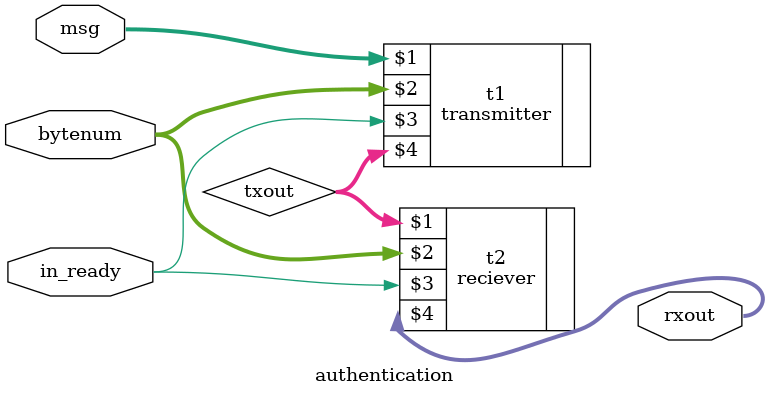
<source format=v>
`timescale 1ns / 1ps
module authentication( input [511:0] msg,
    input [2:0]bytenum,
	 input in_ready,
	 output [79:0] rxout);
	 wire[2111:0]txout;
transmitter t1(msg,bytenum,in_ready,txout);
reciever    t2(txout,bytenum,in_ready,rxout);

endmodule

</source>
